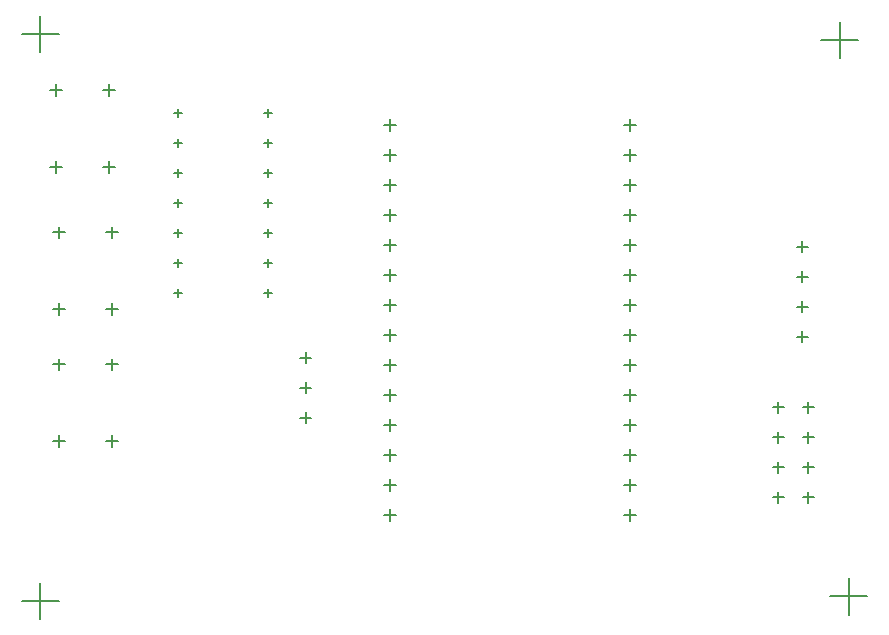
<source format=gbr>
G04 Layer_Color=128*
%FSLAX26Y26*%
%MOIN*%
%TF.FileFunction,Drillmap*%
%TF.Part,Single*%
G01*
G75*
%TA.AperFunction,NonConductor*%
%ADD36C,0.005000*%
D36*
X2733898Y3562047D02*
X2773268D01*
X2753583Y3542362D02*
Y3581732D01*
X2733898Y3817953D02*
X2773268D01*
X2753583Y3798268D02*
Y3837638D01*
X2556732Y3562047D02*
X2596102D01*
X2576417Y3542362D02*
Y3581732D01*
X2556732Y3817953D02*
X2596102D01*
X2576417Y3798268D02*
Y3837638D01*
X2723898Y4477047D02*
X2763268D01*
X2743583Y4457362D02*
Y4496732D01*
X2723898Y4732953D02*
X2763268D01*
X2743583Y4713268D02*
Y4752638D01*
X2546732Y4477047D02*
X2586102D01*
X2566417Y4457362D02*
Y4496732D01*
X2546732Y4732953D02*
X2586102D01*
X2566417Y4713268D02*
Y4752638D01*
X2733898Y4002047D02*
X2773268D01*
X2753583Y3982362D02*
Y4021732D01*
X2733898Y4257953D02*
X2773268D01*
X2753583Y4238268D02*
Y4277638D01*
X2556732Y4002047D02*
X2596102D01*
X2576417Y3982362D02*
Y4021732D01*
X2556732Y4257953D02*
X2596102D01*
X2576417Y4238268D02*
Y4277638D01*
X5037283Y4210000D02*
X5072717D01*
X5055000Y4192283D02*
Y4227717D01*
X5037283Y4110000D02*
X5072717D01*
X5055000Y4092284D02*
Y4127717D01*
X5037283Y4010000D02*
X5072717D01*
X5055000Y3992284D02*
Y4027716D01*
X5037283Y3910000D02*
X5072717D01*
X5055000Y3892284D02*
Y3927716D01*
X3660315Y3315000D02*
X3699685D01*
X3680000Y3295315D02*
Y3334685D01*
X3660315Y3415000D02*
X3699685D01*
X3680000Y3395315D02*
Y3434685D01*
X3660315Y3515000D02*
X3699685D01*
X3680000Y3495315D02*
Y3534685D01*
X3660315Y3615000D02*
X3699685D01*
X3680000Y3595315D02*
Y3634685D01*
X3660315Y3715000D02*
X3699685D01*
X3680000Y3695315D02*
Y3734685D01*
X3660315Y3815000D02*
X3699685D01*
X3680000Y3795315D02*
Y3834685D01*
X3660315Y3915000D02*
X3699685D01*
X3680000Y3895315D02*
Y3934685D01*
X3660315Y4015000D02*
X3699685D01*
X3680000Y3995315D02*
Y4034685D01*
X3660315Y4115000D02*
X3699685D01*
X3680000Y4095315D02*
Y4134685D01*
X3660315Y4215000D02*
X3699685D01*
X3680000Y4195315D02*
Y4234685D01*
X3660315Y4315000D02*
X3699685D01*
X3680000Y4295315D02*
Y4334685D01*
X3660315Y4415000D02*
X3699685D01*
X3680000Y4395315D02*
Y4434685D01*
X3660315Y4515000D02*
X3699685D01*
X3680000Y4495315D02*
Y4534685D01*
X3660315Y4615000D02*
X3699685D01*
X3680000Y4595315D02*
Y4634685D01*
X4460315Y4615000D02*
X4499685D01*
X4480000Y4595315D02*
Y4634685D01*
X4460315Y4515000D02*
X4499685D01*
X4480000Y4495315D02*
Y4534685D01*
X4460315Y4415000D02*
X4499685D01*
X4480000Y4395315D02*
Y4434685D01*
X4460315Y4315000D02*
X4499685D01*
X4480000Y4295315D02*
Y4334685D01*
X4460315Y4215000D02*
X4499685D01*
X4480000Y4195315D02*
Y4234685D01*
X4460315Y4115000D02*
X4499685D01*
X4480000Y4095315D02*
Y4134685D01*
X4460315Y4015000D02*
X4499685D01*
X4480000Y3995315D02*
Y4034685D01*
X4460315Y3915000D02*
X4499685D01*
X4480000Y3895315D02*
Y3934685D01*
X4460315Y3815000D02*
X4499685D01*
X4480000Y3795315D02*
Y3834685D01*
X4460315Y3715000D02*
X4499685D01*
X4480000Y3695315D02*
Y3734685D01*
X4460315Y3615000D02*
X4499685D01*
X4480000Y3595315D02*
Y3634685D01*
X4460315Y3515000D02*
X4499685D01*
X4480000Y3495315D02*
Y3534685D01*
X4460315Y3415000D02*
X4499685D01*
X4480000Y3395315D02*
Y3434685D01*
X4460315Y3315000D02*
X4499685D01*
X4480000Y3295315D02*
Y3334685D01*
X3382284Y3640000D02*
X3417716D01*
X3400000Y3622284D02*
Y3657716D01*
X3382284Y3740000D02*
X3417716D01*
X3400000Y3722284D02*
Y3757716D01*
X3382284Y3840000D02*
X3417716D01*
X3400000Y3822284D02*
Y3857716D01*
X4956000Y3675000D02*
X4994000D01*
X4975000Y3656000D02*
Y3694000D01*
X5056000Y3675000D02*
X5094000D01*
X5075000Y3656000D02*
Y3694000D01*
X4956000Y3575000D02*
X4994000D01*
X4975000Y3556000D02*
Y3594000D01*
X5056000Y3575000D02*
X5094000D01*
X5075000Y3556000D02*
Y3594000D01*
X4956000Y3475000D02*
X4994000D01*
X4975000Y3456000D02*
Y3494000D01*
X5056000Y3475000D02*
X5094000D01*
X5075000Y3456000D02*
Y3494000D01*
X5056000Y3375000D02*
X5094000D01*
X5075000Y3356000D02*
Y3394000D01*
X4956000Y3375000D02*
X4994000D01*
X4975000Y3356000D02*
Y3394000D01*
X2453976Y4920000D02*
X2576024D01*
X2515000Y4858976D02*
Y4981024D01*
X5118976Y4900000D02*
X5241024D01*
X5180000Y4838976D02*
Y4961024D01*
X2453976Y3030000D02*
X2576024D01*
X2515000Y2968976D02*
Y3091024D01*
X5148976Y3045000D02*
X5271024D01*
X5210000Y2983976D02*
Y3106024D01*
X2961220Y4655000D02*
X2988780D01*
X2975000Y4641221D02*
Y4668779D01*
X2961220Y4555000D02*
X2988780D01*
X2975000Y4541221D02*
Y4568779D01*
X2961220Y4455000D02*
X2988780D01*
X2975000Y4441221D02*
Y4468779D01*
X2961220Y4355000D02*
X2988780D01*
X2975000Y4341221D02*
Y4368779D01*
X2961220Y4255000D02*
X2988780D01*
X2975000Y4241221D02*
Y4268779D01*
X2961220Y4155000D02*
X2988780D01*
X2975000Y4141221D02*
Y4168779D01*
X2961220Y4055000D02*
X2988780D01*
X2975000Y4041220D02*
Y4068780D01*
X3261220Y4655000D02*
X3288780D01*
X3275000Y4641221D02*
Y4668779D01*
X3261220Y4555000D02*
X3288780D01*
X3275000Y4541221D02*
Y4568779D01*
X3261220Y4455000D02*
X3288780D01*
X3275000Y4441221D02*
Y4468779D01*
X3261220Y4355000D02*
X3288780D01*
X3275000Y4341221D02*
Y4368779D01*
X3261220Y4255000D02*
X3288780D01*
X3275000Y4241221D02*
Y4268779D01*
X3261220Y4155000D02*
X3288780D01*
X3275000Y4141221D02*
Y4168779D01*
X3261220Y4055000D02*
X3288780D01*
X3275000Y4041220D02*
Y4068780D01*
%TF.MD5,cb88e8565666bd9ef792e5d1a1a744d1*%
M02*

</source>
